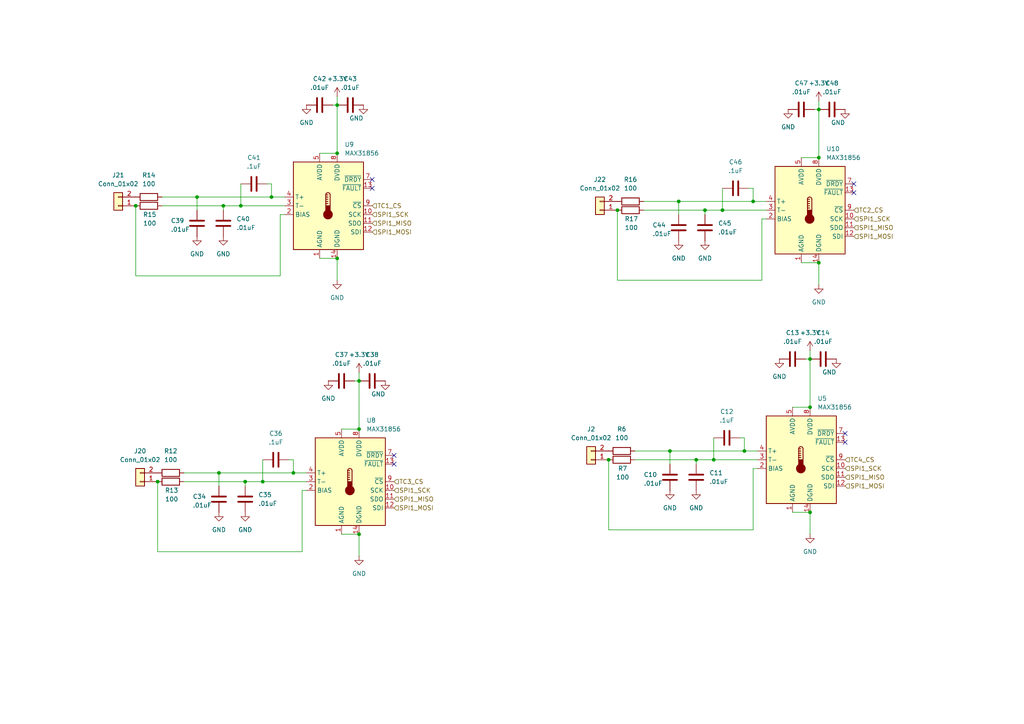
<source format=kicad_sch>
(kicad_sch (version 20250114) (generator "eeschema") (generator_version "9.0")
  (paper "A4")
  (lib_symbols
    (symbol "Connector_Generic:Conn_01x02" (pin_names (offset 1.016) (hide yes))
      (property "Reference" "J" (at 0 2.54 0))
      (property "Value" "Conn_01x02" (at 0 -5.08 0))
      (symbol "Conn_01x02_1_1"
        (rectangle (start -1.27 1.27) (end 1.27 -3.81) (stroke (width 0.254)) (fill (type background)))
        (rectangle (start -1.27 0.127) (end 0 -0.127) (stroke (width 0.1524)))
        (rectangle (start -1.27 -2.413) (end 0 -2.667) (stroke (width 0.1524)))
        (pin passive line (at -5.08 0 0) (length 3.81) (name "Pin_1") (number "1"))
        (pin passive line (at -5.08 -2.54 0) (length 3.81) (name "Pin_2") (number "2"))
      )
    )
    (symbol "Device:C" (pin_numbers (hide yes)) (pin_names (offset 0.254))
      (property "Reference" "C" (at 0.635 2.54 0))
      (property "Value" "C" (at 0.635 -2.54 0))
      (symbol "C_0_1"
        (polyline (pts (xy -2.032 0.762) (xy 2.032 0.762)) (stroke (width 0.508)))
        (polyline (pts (xy -2.032 -0.762) (xy 2.032 -0.762)) (stroke (width 0.508)))
      )
      (symbol "C_1_1"
        (pin passive line (at 0 3.81 270) (length 2.794) (name "~") (number "1"))
        (pin passive line (at 0 -3.81 90) (length 2.794) (name "~") (number "2"))
      )
    )
    (symbol "Device:R" (pin_numbers (hide yes)) (pin_names (offset 0))
      (property "Reference" "R" (at 2.032 0 90))
      (property "Value" "R" (at 0 0 90))
      (symbol "R_0_1"
        (rectangle (start -1.016 -2.54) (end 1.016 2.54) (stroke (width 0.254)))
      )
      (symbol "R_1_1"
        (pin passive line (at 0 3.81 270) (length 1.27) (name "~") (number "1"))
        (pin passive line (at 0 -3.81 90) (length 1.27) (name "~") (number "2"))
      )
    )
    (symbol "Sensor_Temperature:MAX31856"
      (property "Reference" "U" (at -7.62 13.97 0))
      (property "Value" "MAX31856" (at 13.97 13.97 0))
      (symbol "MAX31856_0_1"
        (rectangle (start -10.16 12.7) (end 10.16 -12.7) (stroke (width 0.254)) (fill (type background)))
        (polyline (pts (xy -0.762 3.175) (xy -0.762 0)) (stroke (width 0.254)))
        (polyline (pts (xy -0.762 3.175) (xy -0.127 3.175)) (stroke (width 0.254)))
        (polyline (pts (xy -0.762 2.54) (xy -0.127 2.54)) (stroke (width 0.254)))
        (polyline (pts (xy -0.762 1.905) (xy -0.127 1.905)) (stroke (width 0.254)))
        (polyline (pts (xy -0.762 1.27) (xy -0.127 1.27)) (stroke (width 0.254)))
        (polyline (pts (xy -0.762 0.635) (xy -0.127 0.635)) (stroke (width 0.254)))
        (arc (start -0.762 3.175) (mid -0.127 3.8073) (end 0.508 3.175) (stroke (width 0.254)))
        (circle (center -0.127 -2.54) (radius 1.27) (stroke (width 0.254)) (fill (type outline)))
        (polyline (pts (xy 0.508 3.175) (xy 0.508 0)) (stroke (width 0.254)))
        (rectangle (start 0.508 -1.905) (end -0.762 0) (stroke (width 0.254)) (fill (type outline)))
      )
      (symbol "MAX31856_1_1"
        (pin input line (at -12.7 2.54 0) (length 2.54) (name "T+") (number "4"))
        (pin input line (at -12.7 0 0) (length 2.54) (name "T-") (number "3"))
        (pin input line (at -12.7 -2.54 0) (length 2.54) (name "BIAS") (number "2"))
        (pin no_connect line (at -10.16 -7.62 0) (length 2.54) (hide yes) (name "DNC") (number "6"))
        (pin power_in line (at -2.54 15.24 270) (length 2.54) (name "AVDD") (number "5"))
        (pin power_in line (at -2.54 -15.24 90) (length 2.54) (name "AGND") (number "1"))
        (pin power_in line (at 2.54 15.24 270) (length 2.54) (name "DVDD") (number "8"))
        (pin power_in line (at 2.54 -15.24 90) (length 2.54) (name "DGND") (number "14"))
        (pin output line (at 12.7 7.62 180) (length 2.54) (name "~{DRDY}") (number "7"))
        (pin output line (at 12.7 5.08 180) (length 2.54) (name "~{FAULT}") (number "13"))
        (pin input line (at 12.7 0 180) (length 2.54) (name "~{CS}") (number "9"))
        (pin input line (at 12.7 -2.54 180) (length 2.54) (name "SCK") (number "10"))
        (pin output line (at 12.7 -5.08 180) (length 2.54) (name "SDO") (number "11"))
        (pin input line (at 12.7 -7.62 180) (length 2.54) (name "SDI") (number "12"))
      )
    )
    (symbol "power:+3.3V" (power) (pin_numbers (hide yes)) (pin_names (offset 0) (hide yes))
      (property "Value" "+3.3V" (at 0 3.556 0))
      (symbol "+3.3V_0_1"
        (polyline (pts (xy -0.762 1.27) (xy 0 2.54)))
        (polyline (pts (xy 0 2.54) (xy 0.762 1.27)))
        (polyline (pts (xy 0 0) (xy 0 2.54)))
      )
      (symbol "+3.3V_1_1"
        (pin power_in line (at 0 0 90) (length 0) (name "~") (number "1"))
      )
    )
    (symbol "power:GND" (power) (pin_numbers (hide yes)) (pin_names (offset 0) (hide yes))
      (property "Value" "GND" (at 0 -3.81 0))
      (symbol "GND_0_1"
        (polyline (pts (xy 0 0) (xy 0 -1.27) (xy 1.27 -1.27) (xy 0 -2.54) (xy -1.27 -1.27) (xy 0 -1.27)))
      )
      (symbol "GND_1_1"
        (pin power_in line (at 0 0 270) (length 0) (name "~") (number "1"))
      )
    )
  )
  (junction (at 78.74 57.15))
  (junction (at 179.07 60.96))
  (junction (at 39.37 59.69))
  (junction (at 64.77 59.69))
  (junction (at 237.49 76.2))
  (junction (at 234.95 118.11))
  (junction (at 57.15 57.15))
  (junction (at 97.79 30.48))
  (junction (at 209.55 60.96))
  (junction (at 204.47 60.96))
  (junction (at 218.44 58.42))
  (junction (at 207.01 133.35))
  (junction (at 237.49 31.75))
  (junction (at 234.95 104.14))
  (junction (at 104.14 124.46))
  (junction (at 71.12 139.7))
  (junction (at 201.93 133.35))
  (junction (at 176.53 133.35))
  (junction (at 69.85 59.69))
  (junction (at 215.9 130.81))
  (junction (at 196.85 58.42))
  (junction (at 104.14 154.94))
  (junction (at 76.2 139.7))
  (junction (at 104.14 110.49))
  (junction (at 85.09 137.16))
  (junction (at 237.49 45.72))
  (junction (at 63.5 137.16))
  (junction (at 194.31 130.81))
  (junction (at 45.72 139.7))
  (junction (at 97.79 44.45))
  (junction (at 234.95 148.59))
  (junction (at 97.79 74.93))
  (no_connect (at 245.11 125.73))
  (no_connect (at 107.95 52.07))
  (no_connect (at 245.11 128.27))
  (no_connect (at 114.3 134.62))
  (no_connect (at 247.65 55.88))
  (no_connect (at 107.95 54.61))
  (no_connect (at 114.3 132.08))
  (no_connect (at 247.65 53.34))
  (wire (pts (xy 229.87 148.59) (xy 234.95 148.59)))
  (wire (pts (xy 96.52 30.48) (xy 97.79 30.48)))
  (wire (pts (xy 215.9 127) (xy 214.63 127)))
  (wire (pts (xy 207.01 133.35) (xy 219.71 133.35)))
  (wire (pts (xy 99.06 124.46) (xy 104.14 124.46)))
  (wire (pts (xy 63.5 137.16) (xy 63.5 140.97)))
  (wire (pts (xy 220.98 81.28) (xy 179.07 81.28)))
  (wire (pts (xy 69.85 53.34) (xy 69.85 59.69)))
  (wire (pts (xy 71.12 139.7) (xy 76.2 139.7)))
  (wire (pts (xy 57.15 57.15) (xy 57.15 60.96)))
  (wire (pts (xy 76.2 139.7) (xy 88.9 139.7)))
  (wire (pts (xy 218.44 135.89) (xy 219.71 135.89)))
  (wire (pts (xy 64.77 60.96) (xy 64.77 59.69)))
  (wire (pts (xy 81.28 80.01) (xy 39.37 80.01)))
  (wire (pts (xy 194.31 130.81) (xy 194.31 134.62)))
  (wire (pts (xy 237.49 29.21) (xy 237.49 31.75)))
  (wire (pts (xy 184.15 133.35) (xy 201.93 133.35)))
  (wire (pts (xy 78.74 57.15) (xy 82.55 57.15)))
  (wire (pts (xy 186.69 60.96) (xy 204.47 60.96)))
  (wire (pts (xy 39.37 80.01) (xy 39.37 59.69)))
  (wire (pts (xy 220.98 63.5) (xy 220.98 81.28)))
  (wire (pts (xy 196.85 58.42) (xy 218.44 58.42)))
  (wire (pts (xy 220.98 63.5) (xy 222.25 63.5)))
  (wire (pts (xy 97.79 74.93) (xy 97.79 81.28)))
  (wire (pts (xy 99.06 154.94) (xy 104.14 154.94)))
  (wire (pts (xy 218.44 54.61) (xy 217.17 54.61)))
  (wire (pts (xy 92.71 44.45) (xy 97.79 44.45)))
  (wire (pts (xy 209.55 54.61) (xy 209.55 60.96)))
  (wire (pts (xy 104.14 110.49) (xy 104.14 124.46)))
  (wire (pts (xy 218.44 153.67) (xy 176.53 153.67)))
  (wire (pts (xy 87.63 142.24) (xy 87.63 160.02)))
  (wire (pts (xy 104.14 107.95) (xy 104.14 110.49)))
  (wire (pts (xy 215.9 130.81) (xy 219.71 130.81)))
  (wire (pts (xy 85.09 137.16) (xy 88.9 137.16)))
  (wire (pts (xy 92.71 74.93) (xy 97.79 74.93)))
  (wire (pts (xy 78.74 53.34) (xy 77.47 53.34)))
  (wire (pts (xy 218.44 135.89) (xy 218.44 153.67)))
  (wire (pts (xy 236.22 31.75) (xy 237.49 31.75)))
  (wire (pts (xy 87.63 142.24) (xy 88.9 142.24)))
  (wire (pts (xy 209.55 60.96) (xy 222.25 60.96)))
  (wire (pts (xy 186.69 58.42) (xy 196.85 58.42)))
  (wire (pts (xy 233.68 104.14) (xy 234.95 104.14)))
  (wire (pts (xy 184.15 130.81) (xy 194.31 130.81)))
  (wire (pts (xy 234.95 104.14) (xy 234.95 118.11)))
  (wire (pts (xy 215.9 130.81) (xy 215.9 127)))
  (wire (pts (xy 87.63 160.02) (xy 45.72 160.02)))
  (wire (pts (xy 218.44 58.42) (xy 222.25 58.42)))
  (wire (pts (xy 237.49 31.75) (xy 237.49 45.72)))
  (wire (pts (xy 229.87 118.11) (xy 234.95 118.11)))
  (wire (pts (xy 207.01 127) (xy 207.01 133.35)))
  (wire (pts (xy 97.79 27.94) (xy 97.79 30.48)))
  (wire (pts (xy 234.95 148.59) (xy 234.95 154.94)))
  (wire (pts (xy 63.5 137.16) (xy 85.09 137.16)))
  (wire (pts (xy 201.93 134.62) (xy 201.93 133.35)))
  (wire (pts (xy 81.28 62.23) (xy 81.28 80.01)))
  (wire (pts (xy 46.99 57.15) (xy 57.15 57.15)))
  (wire (pts (xy 204.47 62.23) (xy 204.47 60.96)))
  (wire (pts (xy 57.15 57.15) (xy 78.74 57.15)))
  (wire (pts (xy 179.07 81.28) (xy 179.07 60.96)))
  (wire (pts (xy 85.09 133.35) (xy 83.82 133.35)))
  (wire (pts (xy 104.14 154.94) (xy 104.14 161.29)))
  (wire (pts (xy 232.41 76.2) (xy 237.49 76.2)))
  (wire (pts (xy 64.77 59.69) (xy 69.85 59.69)))
  (wire (pts (xy 53.34 137.16) (xy 63.5 137.16)))
  (wire (pts (xy 71.12 140.97) (xy 71.12 139.7)))
  (wire (pts (xy 234.95 101.6) (xy 234.95 104.14)))
  (wire (pts (xy 69.85 59.69) (xy 82.55 59.69)))
  (wire (pts (xy 78.74 57.15) (xy 78.74 53.34)))
  (wire (pts (xy 218.44 58.42) (xy 218.44 54.61)))
  (wire (pts (xy 102.87 110.49) (xy 104.14 110.49)))
  (wire (pts (xy 46.99 59.69) (xy 64.77 59.69)))
  (wire (pts (xy 194.31 130.81) (xy 215.9 130.81)))
  (wire (pts (xy 97.79 30.48) (xy 97.79 44.45)))
  (wire (pts (xy 45.72 160.02) (xy 45.72 139.7)))
  (wire (pts (xy 237.49 76.2) (xy 237.49 82.55)))
  (wire (pts (xy 176.53 153.67) (xy 176.53 133.35)))
  (wire (pts (xy 53.34 139.7) (xy 71.12 139.7)))
  (wire (pts (xy 196.85 58.42) (xy 196.85 62.23)))
  (wire (pts (xy 232.41 45.72) (xy 237.49 45.72)))
  (wire (pts (xy 81.28 62.23) (xy 82.55 62.23)))
  (wire (pts (xy 204.47 60.96) (xy 209.55 60.96)))
  (wire (pts (xy 76.2 133.35) (xy 76.2 139.7)))
  (wire (pts (xy 85.09 137.16) (xy 85.09 133.35)))
  (wire (pts (xy 201.93 133.35) (xy 207.01 133.35)))
  (hierarchical_label "SPI1_MISO" (shape input) (at 107.95 64.77 0))
  (hierarchical_label "SPI1_MISO" (shape input) (at 114.3 144.78 0))
  (hierarchical_label "TC3_CS" (shape input) (at 114.3 139.7 0))
  (hierarchical_label "SPI1_SCK" (shape input) (at 107.95 62.23 0))
  (hierarchical_label "TC1_CS" (shape input) (at 107.95 59.69 0))
  (hierarchical_label "SPI1_MOSI" (shape input) (at 107.95 67.31 0))
  (hierarchical_label "SPI1_SCK" (shape input) (at 247.65 63.5 0))
  (hierarchical_label "TC4_CS" (shape input) (at 245.11 133.35 0))
  (hierarchical_label "SPI1_MOSI" (shape input) (at 114.3 147.32 0))
  (hierarchical_label "TC2_CS" (shape input) (at 247.65 60.96 0))
  (hierarchical_label "SPI1_MOSI" (shape input) (at 247.65 68.58 0))
  (hierarchical_label "SPI1_SCK" (shape input) (at 245.11 135.89 0))
  (hierarchical_label "SPI1_MISO" (shape input) (at 247.65 66.04 0))
  (hierarchical_label "SPI1_MOSI" (shape input) (at 245.11 140.97 0))
  (hierarchical_label "SPI1_SCK" (shape input) (at 114.3 142.24 0))
  (hierarchical_label "SPI1_MISO" (shape input) (at 245.11 138.43 0))
  (symbol (lib_id "Device:C") (at 241.3 31.75 90) (unit 1)
    (property "Reference" "C48" (at 241.3 24.13 90))
    (property "Value" ".01uF" (at 241.3 26.67 90))
    (property "Footprint" "Capacitor_SMD:C_0805_2012Metric" (effects (hide yes)))
    (property "Description" "Unpolarized capacitor" (effects (hide yes)))
  )
  (symbol (lib_id "Device:C") (at 92.71 30.48 90) (unit 1)
    (property "Reference" "C42" (at 92.71 22.86 90))
    (property "Value" ".01uF" (at 92.71 25.4 90))
    (property "Footprint" "Capacitor_SMD:C_0805_2012Metric" (effects (hide yes)))
    (property "Description" "Unpolarized capacitor" (effects (hide yes)))
  )
  (symbol (lib_id "Device:C") (at 107.95 110.49 90) (unit 1)
    (property "Reference" "C38" (at 107.95 102.87 90))
    (property "Value" ".01uF" (at 107.95 105.41 90))
    (property "Footprint" "Capacitor_SMD:C_0805_2012Metric" (effects (hide yes)))
    (property "Description" "Unpolarized capacitor" (effects (hide yes)))
  )
  (symbol (lib_id "Device:C") (at 71.12 144.78 180) (unit 1)
    (property "Reference" "C35" (at 74.93 143.5099 0) (effects (justify right)))
    (property "Value" ".01uF" (at 74.93 146.0499 0) (effects (justify right)))
    (property "Footprint" "Capacitor_SMD:C_0805_2012Metric" (effects (hide yes)))
    (property "Description" "Unpolarized capacitor" (effects (hide yes)))
  )
  (symbol (lib_id "Device:C") (at 210.82 127 270) (unit 1)
    (property "Reference" "C12" (at 210.82 119.38 90))
    (property "Value" ".1uF" (at 210.82 121.92 90))
    (property "Footprint" "Capacitor_SMD:C_0805_2012Metric" (effects (hide yes)))
    (property "Description" "Unpolarized capacitor" (effects (hide yes)))
  )
  (symbol (lib_id "Device:R") (at 49.53 139.7 90) (unit 1)
    (property "Reference" "R13" (at 49.784 142.24 90))
    (property "Value" "100" (at 49.784 144.78 90))
    (property "Footprint" "Resistor_SMD:R_0805_2012Metric" (effects (hide yes)))
    (property "Description" "Resistor" (effects (hide yes)))
  )
  (symbol (lib_id "power:+3.3V") (at 97.79 27.94 0) (unit 1)
    (property "Reference" "#PWR081" (effects (hide yes)))
    (property "Value" "+3.3V" (at 97.79 22.86 0))
    (property "Description" "Power symbol creates a global label with name \"+3.3V\"" (effects (hide yes)))
  )
  (symbol (lib_id "power:GND") (at 201.93 142.24 0) (unit 1)
    (property "Reference" "#PWR022" (effects (hide yes)))
    (property "Value" "GND" (at 201.93 147.32 0))
    (property "Description" "Power symbol creates a global label with name \"GND\" , ground" (effects (hide yes)))
  )
  (symbol (lib_id "Device:C") (at 194.31 138.43 180) (unit 1)
    (property "Reference" "C10" (at 186.69 137.668 0) (effects (justify right)))
    (property "Value" ".01uF" (at 186.69 140.208 0) (effects (justify right)))
    (property "Footprint" "Capacitor_SMD:C_0805_2012Metric" (effects (hide yes)))
    (property "Description" "Unpolarized capacitor" (effects (hide yes)))
  )
  (symbol (lib_id "Sensor_Temperature:MAX31856") (at 95.25 59.69 0) (unit 1)
    (property "Reference" "U9" (at 99.9333 41.91 0) (effects (justify left)))
    (property "Value" "MAX31856" (at 99.9333 44.45 0) (effects (justify left)))
    (property "Footprint" "Package_SO:TSSOP-14_4.4x5mm_P0.65mm" (effects (hide yes)))
    (property "Datasheet" "https://datasheets.maximintegrated.com/en/ds/MAX31856.pdf" (effects (hide yes)))
    (property "Description" "Precision Thermocouple to Digital Converter with Linearization, TSSOP-14" (effects (hide yes)))
  )
  (symbol (lib_id "power:GND") (at 228.6 31.75 0) (unit 1)
    (property "Reference" "#PWR086" (effects (hide yes)))
    (property "Value" "GND" (at 228.6 36.83 0))
    (property "Description" "Power symbol creates a global label with name \"GND\" , ground" (effects (hide yes)))
  )
  (symbol (lib_id "Device:C") (at 99.06 110.49 90) (unit 1)
    (property "Reference" "C37" (at 99.06 102.87 90))
    (property "Value" ".01uF" (at 99.06 105.41 90))
    (property "Footprint" "Capacitor_SMD:C_0805_2012Metric" (effects (hide yes)))
    (property "Description" "Unpolarized capacitor" (effects (hide yes)))
  )
  (symbol (lib_id "power:GND") (at 226.06 104.14 0) (unit 1)
    (property "Reference" "#PWR023" (effects (hide yes)))
    (property "Value" "GND" (at 226.06 109.22 0))
    (property "Description" "Power symbol creates a global label with name \"GND\" , ground" (effects (hide yes)))
  )
  (symbol (lib_id "power:GND") (at 57.15 68.58 0) (unit 1)
    (property "Reference" "#PWR078" (effects (hide yes)))
    (property "Value" "GND" (at 57.15 73.66 0))
    (property "Description" "Power symbol creates a global label with name \"GND\" , ground" (effects (hide yes)))
  )
  (symbol (lib_id "Device:R") (at 43.18 59.69 90) (unit 1)
    (property "Reference" "R15" (at 43.434 62.23 90))
    (property "Value" "100" (at 43.434 64.77 90))
    (property "Footprint" "Resistor_SMD:R_0805_2012Metric" (effects (hide yes)))
    (property "Description" "Resistor" (effects (hide yes)))
  )
  (symbol (lib_id "Device:C") (at 73.66 53.34 270) (unit 1)
    (property "Reference" "C41" (at 73.66 45.72 90))
    (property "Value" ".1uF" (at 73.66 48.26 90))
    (property "Footprint" "Capacitor_SMD:C_0805_2012Metric" (effects (hide yes)))
    (property "Description" "Unpolarized capacitor" (effects (hide yes)))
  )
  (symbol (lib_id "power:GND") (at 97.79 81.28 0) (unit 1)
    (property "Reference" "#PWR082" (effects (hide yes)))
    (property "Value" "GND" (at 97.79 86.36 0))
    (property "Description" "Power symbol creates a global label with name \"GND\" , ground" (effects (hide yes)))
  )
  (symbol (lib_id "Device:C") (at 196.85 66.04 180) (unit 1)
    (property "Reference" "C44" (at 189.23 65.278 0) (effects (justify right)))
    (property "Value" ".01uF" (at 189.23 67.818 0) (effects (justify right)))
    (property "Footprint" "Capacitor_SMD:C_0805_2012Metric" (effects (hide yes)))
    (property "Description" "Unpolarized capacitor" (effects (hide yes)))
  )
  (symbol (lib_id "Device:R") (at 49.53 137.16 90) (unit 1)
    (property "Reference" "R12" (at 49.53 130.81 90))
    (property "Value" "100" (at 49.53 133.35 90))
    (property "Footprint" "Resistor_SMD:R_0805_2012Metric" (effects (hide yes)))
    (property "Description" "Resistor" (effects (hide yes)))
  )
  (symbol (lib_id "Sensor_Temperature:MAX31856") (at 234.95 60.96 0) (unit 1)
    (property "Reference" "U10" (at 239.6333 43.18 0) (effects (justify left)))
    (property "Value" "MAX31856" (at 239.6333 45.72 0) (effects (justify left)))
    (property "Footprint" "Package_SO:TSSOP-14_4.4x5mm_P0.65mm" (effects (hide yes)))
    (property "Datasheet" "https://datasheets.maximintegrated.com/en/ds/MAX31856.pdf" (effects (hide yes)))
    (property "Description" "Precision Thermocouple to Digital Converter with Linearization, TSSOP-14" (effects (hide yes)))
  )
  (symbol (lib_id "power:GND") (at 88.9 30.48 0) (unit 1)
    (property "Reference" "#PWR080" (effects (hide yes)))
    (property "Value" "GND" (at 88.9 35.56 0))
    (property "Description" "Power symbol creates a global label with name \"GND\" , ground" (effects (hide yes)))
  )
  (symbol (lib_id "Device:C") (at 64.77 64.77 180) (unit 1)
    (property "Reference" "C40" (at 68.58 63.4999 0) (effects (justify right)))
    (property "Value" ".01uF" (at 68.58 66.0399 0) (effects (justify right)))
    (property "Footprint" "Capacitor_SMD:C_0805_2012Metric" (effects (hide yes)))
    (property "Description" "Unpolarized capacitor" (effects (hide yes)))
  )
  (symbol (lib_id "Device:C") (at 57.15 64.77 180) (unit 1)
    (property "Reference" "C39" (at 49.53 64.008 0) (effects (justify right)))
    (property "Value" ".01uF" (at 49.53 66.548 0) (effects (justify right)))
    (property "Footprint" "Capacitor_SMD:C_0805_2012Metric" (effects (hide yes)))
    (property "Description" "Unpolarized capacitor" (effects (hide yes)))
  )
  (symbol (lib_id "power:GND") (at 237.49 82.55 0) (unit 1)
    (property "Reference" "#PWR088" (effects (hide yes)))
    (property "Value" "GND" (at 237.49 87.63 0))
    (property "Description" "Power symbol creates a global label with name \"GND\" , ground" (effects (hide yes)))
  )
  (symbol (lib_id "power:GND") (at 95.25 110.49 0) (unit 1)
    (property "Reference" "#PWR074" (effects (hide yes)))
    (property "Value" "GND" (at 95.25 115.57 0))
    (property "Description" "Power symbol creates a global label with name \"GND\" , ground" (effects (hide yes)))
  )
  (symbol (lib_id "power:GND") (at 104.14 161.29 0) (unit 1)
    (property "Reference" "#PWR076" (effects (hide yes)))
    (property "Value" "GND" (at 104.14 166.37 0))
    (property "Description" "Power symbol creates a global label with name \"GND\" , ground" (effects (hide yes)))
  )
  (symbol (lib_id "Device:R") (at 180.34 133.35 90) (unit 1)
    (property "Reference" "R7" (at 180.594 135.89 90))
    (property "Value" "100" (at 180.594 138.43 90))
    (property "Footprint" "Resistor_SMD:R_0805_2012Metric" (effects (hide yes)))
    (property "Description" "Resistor" (effects (hide yes)))
  )
  (symbol (lib_id "power:GND") (at 242.57 104.14 0) (unit 1)
    (property "Reference" "#PWR026" (effects (hide yes)))
    (property "Value" "GND" (at 242.5701 107.95 0) (effects (justify right)))
    (property "Description" "Power symbol creates a global label with name \"GND\" , ground" (effects (hide yes)))
  )
  (symbol (lib_id "power:+3.3V") (at 237.49 29.21 0) (unit 1)
    (property "Reference" "#PWR087" (effects (hide yes)))
    (property "Value" "+3.3V" (at 237.49 24.13 0))
    (property "Description" "Power symbol creates a global label with name \"+3.3V\"" (effects (hide yes)))
  )
  (symbol (lib_id "power:GND") (at 204.47 69.85 0) (unit 1)
    (property "Reference" "#PWR085" (effects (hide yes)))
    (property "Value" "GND" (at 204.47 74.93 0))
    (property "Description" "Power symbol creates a global label with name \"GND\" , ground" (effects (hide yes)))
  )
  (symbol (lib_id "Sensor_Temperature:MAX31856") (at 101.6 139.7 0) (unit 1)
    (property "Reference" "U8" (at 106.2833 121.92 0) (effects (justify left)))
    (property "Value" "MAX31856" (at 106.2833 124.46 0) (effects (justify left)))
    (property "Footprint" "Package_SO:TSSOP-14_4.4x5mm_P0.65mm" (effects (hide yes)))
    (property "Datasheet" "https://datasheets.maximintegrated.com/en/ds/MAX31856.pdf" (effects (hide yes)))
    (property "Description" "Precision Thermocouple to Digital Converter with Linearization, TSSOP-14" (effects (hide yes)))
  )
  (symbol (lib_id "Sensor_Temperature:MAX31856") (at 232.41 133.35 0) (unit 1)
    (property "Reference" "U5" (at 237.0933 115.57 0) (effects (justify left)))
    (property "Value" "MAX31856" (at 237.0933 118.11 0) (effects (justify left)))
    (property "Footprint" "Package_SO:TSSOP-14_4.4x5mm_P0.65mm" (effects (hide yes)))
    (property "Datasheet" "https://datasheets.maximintegrated.com/en/ds/MAX31856.pdf" (effects (hide yes)))
    (property "Description" "Precision Thermocouple to Digital Converter with Linearization, TSSOP-14" (effects (hide yes)))
  )
  (symbol (lib_id "power:GND") (at 105.41 30.48 0) (unit 1)
    (property "Reference" "#PWR083" (effects (hide yes)))
    (property "Value" "GND" (at 105.4101 34.29 0) (effects (justify right)))
    (property "Description" "Power symbol creates a global label with name \"GND\" , ground" (effects (hide yes)))
  )
  (symbol (lib_id "Device:C") (at 204.47 66.04 180) (unit 1)
    (property "Reference" "C45" (at 208.28 64.7699 0) (effects (justify right)))
    (property "Value" ".01uF" (at 208.28 67.3099 0) (effects (justify right)))
    (property "Footprint" "Capacitor_SMD:C_0805_2012Metric" (effects (hide yes)))
    (property "Description" "Unpolarized capacitor" (effects (hide yes)))
  )
  (symbol (lib_id "Connector_Generic:Conn_01x02") (at 40.64 139.7 180) (unit 1)
    (property "Reference" "J20" (at 40.64 130.81 0))
    (property "Value" "Conn_01x02" (at 40.64 133.35 0))
    (property "Footprint" "TerminalBlock_Phoenix:TerminalBlock_Phoenix_MKDS-1,5-2-5.08_1x02_P5.08mm_Horizontal" (effects (hide yes)))
    (property "Description" "Generic connector, single row, 01x02, script generated (kicad-library-utils/schlib/autogen/connector/)" (effects (hide yes)))
  )
  (symbol (lib_id "power:GND") (at 71.12 148.59 0) (unit 1)
    (property "Reference" "#PWR073" (effects (hide yes)))
    (property "Value" "GND" (at 71.12 153.67 0))
    (property "Description" "Power symbol creates a global label with name \"GND\" , ground" (effects (hide yes)))
  )
  (symbol (lib_id "Connector_Generic:Conn_01x02") (at 173.99 60.96 180) (unit 1)
    (property "Reference" "J22" (at 173.99 52.07 0))
    (property "Value" "Conn_01x02" (at 173.99 54.61 0))
    (property "Footprint" "TerminalBlock_Phoenix:TerminalBlock_Phoenix_MKDS-1,5-2-5.08_1x02_P5.08mm_Horizontal" (effects (hide yes)))
    (property "Description" "Generic connector, single row, 01x02, script generated (kicad-library-utils/schlib/autogen/connector/)" (effects (hide yes)))
  )
  (symbol (lib_id "Device:C") (at 101.6 30.48 90) (unit 1)
    (property "Reference" "C43" (at 101.6 22.86 90))
    (property "Value" ".01uF" (at 101.6 25.4 90))
    (property "Footprint" "Capacitor_SMD:C_0805_2012Metric" (effects (hide yes)))
    (property "Description" "Unpolarized capacitor" (effects (hide yes)))
  )
  (symbol (lib_id "power:+3.3V") (at 234.95 101.6 0) (unit 1)
    (property "Reference" "#PWR024" (effects (hide yes)))
    (property "Value" "+3.3V" (at 234.95 96.52 0))
    (property "Description" "Power symbol creates a global label with name \"+3.3V\"" (effects (hide yes)))
  )
  (symbol (lib_id "Device:C") (at 63.5 144.78 180) (unit 1)
    (property "Reference" "C34" (at 55.88 144.018 0) (effects (justify right)))
    (property "Value" ".01uF" (at 55.88 146.558 0) (effects (justify right)))
    (property "Footprint" "Capacitor_SMD:C_0805_2012Metric" (effects (hide yes)))
    (property "Description" "Unpolarized capacitor" (effects (hide yes)))
  )
  (symbol (lib_id "power:GND") (at 64.77 68.58 0) (unit 1)
    (property "Reference" "#PWR079" (effects (hide yes)))
    (property "Value" "GND" (at 64.77 73.66 0))
    (property "Description" "Power symbol creates a global label with name \"GND\" , ground" (effects (hide yes)))
  )
  (symbol (lib_id "Connector_Generic:Conn_01x02") (at 34.29 59.69 180) (unit 1)
    (property "Reference" "J21" (at 34.29 50.8 0))
    (property "Value" "Conn_01x02" (at 34.29 53.34 0))
    (property "Footprint" "TerminalBlock_Phoenix:TerminalBlock_Phoenix_MKDS-1,5-2-5.08_1x02_P5.08mm_Horizontal" (effects (hide yes)))
    (property "Description" "Generic connector, single row, 01x02, script generated (kicad-library-utils/schlib/autogen/connector/)" (effects (hide yes)))
  )
  (symbol (lib_id "Device:C") (at 238.76 104.14 90) (unit 1)
    (property "Reference" "C14" (at 238.76 96.52 90))
    (property "Value" ".01uF" (at 238.76 99.06 90))
    (property "Footprint" "Capacitor_SMD:C_0805_2012Metric" (effects (hide yes)))
    (property "Description" "Unpolarized capacitor" (effects (hide yes)))
  )
  (symbol (lib_id "Device:C") (at 80.01 133.35 270) (unit 1)
    (property "Reference" "C36" (at 80.01 125.73 90))
    (property "Value" ".1uF" (at 80.01 128.27 90))
    (property "Footprint" "Capacitor_SMD:C_0805_2012Metric" (effects (hide yes)))
    (property "Description" "Unpolarized capacitor" (effects (hide yes)))
  )
  (symbol (lib_id "Device:R") (at 182.88 60.96 90) (unit 1)
    (property "Reference" "R17" (at 183.134 63.5 90))
    (property "Value" "100" (at 183.134 66.04 90))
    (property "Footprint" "Resistor_SMD:R_0805_2012Metric" (effects (hide yes)))
    (property "Description" "Resistor" (effects (hide yes)))
  )
  (symbol (lib_id "Device:R") (at 182.88 58.42 90) (unit 1)
    (property "Reference" "R16" (at 182.88 52.07 90))
    (property "Value" "100" (at 182.88 54.61 90))
    (property "Footprint" "Resistor_SMD:R_0805_2012Metric" (effects (hide yes)))
    (property "Description" "Resistor" (effects (hide yes)))
  )
  (symbol (lib_id "power:GND") (at 194.31 142.24 0) (unit 1)
    (property "Reference" "#PWR021" (effects (hide yes)))
    (property "Value" "GND" (at 194.31 147.32 0))
    (property "Description" "Power symbol creates a global label with name \"GND\" , ground" (effects (hide yes)))
  )
  (symbol (lib_id "power:GND") (at 196.85 69.85 0) (unit 1)
    (property "Reference" "#PWR084" (effects (hide yes)))
    (property "Value" "GND" (at 196.85 74.93 0))
    (property "Description" "Power symbol creates a global label with name \"GND\" , ground" (effects (hide yes)))
  )
  (symbol (lib_id "power:+3.3V") (at 104.14 107.95 0) (unit 1)
    (property "Reference" "#PWR075" (effects (hide yes)))
    (property "Value" "+3.3V" (at 104.14 102.87 0))
    (property "Description" "Power symbol creates a global label with name \"+3.3V\"" (effects (hide yes)))
  )
  (symbol (lib_id "Connector_Generic:Conn_01x02") (at 171.45 133.35 180) (unit 1)
    (property "Reference" "J2" (at 171.45 124.46 0))
    (property "Value" "Conn_01x02" (at 171.45 127 0))
    (property "Footprint" "TerminalBlock_Phoenix:TerminalBlock_Phoenix_MKDS-1,5-2-5.08_1x02_P5.08mm_Horizontal" (effects (hide yes)))
    (property "Description" "Generic connector, single row, 01x02, script generated (kicad-library-utils/schlib/autogen/connector/)" (effects (hide yes)))
  )
  (symbol (lib_id "power:GND") (at 245.11 31.75 0) (unit 1)
    (property "Reference" "#PWR089" (effects (hide yes)))
    (property "Value" "GND" (at 245.1101 35.56 0) (effects (justify right)))
    (property "Description" "Power symbol creates a global label with name \"GND\" , ground" (effects (hide yes)))
  )
  (symbol (lib_id "Device:C") (at 229.87 104.14 90) (unit 1)
    (property "Reference" "C13" (at 229.87 96.52 90))
    (property "Value" ".01uF" (at 229.87 99.06 90))
    (property "Footprint" "Capacitor_SMD:C_0805_2012Metric" (effects (hide yes)))
    (property "Description" "Unpolarized capacitor" (effects (hide yes)))
  )
  (symbol (lib_id "power:GND") (at 234.95 154.94 0) (unit 1)
    (property "Reference" "#PWR025" (effects (hide yes)))
    (property "Value" "GND" (at 234.95 160.02 0))
    (property "Description" "Power symbol creates a global label with name \"GND\" , ground" (effects (hide yes)))
  )
  (symbol (lib_id "Device:R") (at 43.18 57.15 90) (unit 1)
    (property "Reference" "R14" (at 43.18 50.8 90))
    (property "Value" "100" (at 43.18 53.34 90))
    (property "Footprint" "Resistor_SMD:R_0805_2012Metric" (effects (hide yes)))
    (property "Description" "Resistor" (effects (hide yes)))
  )
  (symbol (lib_id "Device:C") (at 213.36 54.61 270) (unit 1)
    (property "Reference" "C46" (at 213.36 46.99 90))
    (property "Value" ".1uF" (at 213.36 49.53 90))
    (property "Footprint" "Capacitor_SMD:C_0805_2012Metric" (effects (hide yes)))
    (property "Description" "Unpolarized capacitor" (effects (hide yes)))
  )
  (symbol (lib_id "Device:C") (at 232.41 31.75 90) (unit 1)
    (property "Reference" "C47" (at 232.41 24.13 90))
    (property "Value" ".01uF" (at 232.41 26.67 90))
    (property "Footprint" "Capacitor_SMD:C_0805_2012Metric" (effects (hide yes)))
    (property "Description" "Unpolarized capacitor" (effects (hide yes)))
  )
  (symbol (lib_id "power:GND") (at 63.5 148.59 0) (unit 1)
    (property "Reference" "#PWR072" (effects (hide yes)))
    (property "Value" "GND" (at 63.5 153.67 0))
    (property "Description" "Power symbol creates a global label with name \"GND\" , ground" (effects (hide yes)))
  )
  (symbol (lib_id "Device:R") (at 180.34 130.81 90) (unit 1)
    (property "Reference" "R6" (at 180.34 124.46 90))
    (property "Value" "100" (at 180.34 127 90))
    (property "Footprint" "Resistor_SMD:R_0805_2012Metric" (effects (hide yes)))
    (property "Description" "Resistor" (effects (hide yes)))
  )
  (symbol (lib_id "power:GND") (at 111.76 110.49 0) (unit 1)
    (property "Reference" "#PWR077" (effects (hide yes)))
    (property "Value" "GND" (at 111.7601 114.3 0) (effects (justify right)))
    (property "Description" "Power symbol creates a global label with name \"GND\" , ground" (effects (hide yes)))
  )
  (symbol (lib_id "Device:C") (at 201.93 138.43 180) (unit 1)
    (property "Reference" "C11" (at 205.74 137.1599 0) (effects (justify right)))
    (property "Value" ".01uF" (at 205.74 139.6999 0) (effects (justify right)))
    (property "Footprint" "Capacitor_SMD:C_0805_2012Metric" (effects (hide yes)))
    (property "Description" "Unpolarized capacitor" (effects (hide yes)))
  )
)
</source>
